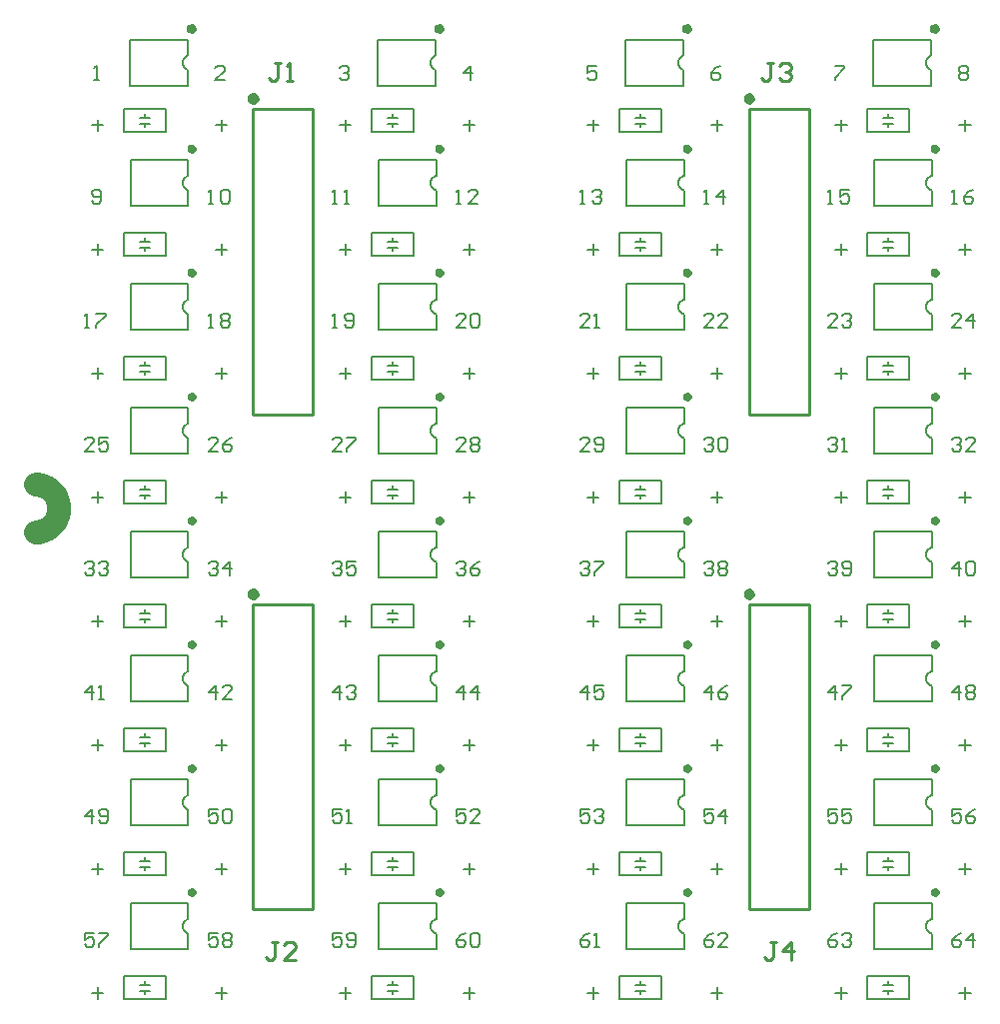
<source format=gto>
G04*
G04 #@! TF.GenerationSoftware,Altium Limited,Altium Designer,23.3.1 (30)*
G04*
G04 Layer_Color=65535*
%FSLAX26Y26*%
%MOIN*%
G70*
G04*
G04 #@! TF.SameCoordinates,A73F04FC-B1A5-4ADC-8500-56C492F8F9A9*
G04*
G04*
G04 #@! TF.FilePolarity,Positive*
G04*
G01*
G75*
%ADD10C,0.078740*%
%ADD11C,0.015748*%
%ADD12C,0.005000*%
%ADD13C,0.007874*%
%ADD14C,0.023622*%
%ADD15C,0.009842*%
%ADD16C,0.010000*%
D10*
X-1653543Y-79353D02*
X-1643598Y-78727D01*
X-1633809Y-76860D01*
X-1624332Y-73781D01*
X-1615315Y-69537D01*
X-1606901Y-64198D01*
X-1599223Y-57846D01*
X-1592401Y-50581D01*
X-1586543Y-42519D01*
X-1581743Y-33787D01*
X-1578074Y-24521D01*
X-1575596Y-14869D01*
X-1574347Y-4982D01*
Y4983D01*
X-1575596Y14869D01*
X-1578074Y24521D01*
X-1581743Y33787D01*
X-1586544Y42520D01*
X-1592401Y50582D01*
X-1599223Y57846D01*
X-1606901Y64198D01*
X-1615315Y69537D01*
X-1624332Y73781D01*
X-1633810Y76860D01*
X-1643598Y78727D01*
X-1653543Y79353D01*
D11*
X-1126378Y-1279723D02*
X-1131819Y-1272235D01*
X-1140622Y-1275095D01*
Y-1284351D01*
X-1131819Y-1287212D01*
X-1126378Y-1279723D01*
X527165Y1200591D02*
X521724Y1208080D01*
X512921Y1205219D01*
Y1195963D01*
X521724Y1193102D01*
X527165Y1200591D01*
X1353938D02*
X1348497Y1208080D01*
X1339694Y1205219D01*
Y1195963D01*
X1348497Y1193102D01*
X1353938Y1200591D01*
X-1127401Y1601546D02*
X-1132842Y1609035D01*
X-1141646Y1606174D01*
Y1596918D01*
X-1132842Y1594058D01*
X-1127401Y1601546D01*
X-300630D02*
X-306071Y1609035D01*
X-314874Y1606174D01*
Y1596918D01*
X-306071Y1594058D01*
X-300630Y1601546D01*
X526141D02*
X520701Y1609035D01*
X511897Y1606174D01*
Y1596918D01*
X520701Y1594058D01*
X526141Y1601546D01*
X1352915D02*
X1347474Y1609035D01*
X1338671Y1606174D01*
Y1596918D01*
X1347474Y1594058D01*
X1352915Y1601546D01*
X-299607Y-1279723D02*
X-305047Y-1272235D01*
X-313851Y-1275095D01*
Y-1284351D01*
X-305047Y-1287212D01*
X-299607Y-1279723D01*
X527165D02*
X521724Y-1272235D01*
X512921Y-1275095D01*
Y-1284351D01*
X521724Y-1287212D01*
X527165Y-1279723D01*
X1353938D02*
X1348497Y-1272235D01*
X1339694Y-1275095D01*
Y-1284351D01*
X1348497Y-1287212D01*
X1353938Y-1279723D01*
X-1126378Y-866337D02*
X-1131819Y-858849D01*
X-1140622Y-861709D01*
Y-870966D01*
X-1131819Y-873826D01*
X-1126378Y-866337D01*
X-299607D02*
X-305047Y-858849D01*
X-313851Y-861709D01*
Y-870966D01*
X-305047Y-873826D01*
X-299607Y-866337D01*
X527165D02*
X521724Y-858849D01*
X512921Y-861709D01*
Y-870966D01*
X521724Y-873826D01*
X527165Y-866337D01*
X1353938D02*
X1348497Y-858849D01*
X1339694Y-861709D01*
Y-870966D01*
X1348497Y-873826D01*
X1353938Y-866337D01*
X-1126378Y-452952D02*
X-1131819Y-445463D01*
X-1140622Y-448324D01*
Y-457580D01*
X-1131819Y-460440D01*
X-1126378Y-452952D01*
X-299607D02*
X-305047Y-445463D01*
X-313851Y-448324D01*
Y-457580D01*
X-305047Y-460440D01*
X-299607Y-452952D01*
X527165D02*
X521724Y-445463D01*
X512921Y-448324D01*
Y-457580D01*
X521724Y-460440D01*
X527165Y-452952D01*
X1353938D02*
X1348497Y-445463D01*
X1339694Y-448324D01*
Y-457580D01*
X1348497Y-460440D01*
X1353938Y-452952D01*
X-1126378Y-39566D02*
X-1131819Y-32077D01*
X-1140622Y-34938D01*
Y-44194D01*
X-1131819Y-47055D01*
X-1126378Y-39566D01*
X-299607D02*
X-305047Y-32077D01*
X-313851Y-34938D01*
Y-44194D01*
X-305047Y-47055D01*
X-299607Y-39566D01*
X527165D02*
X521724Y-32077D01*
X512921Y-34938D01*
Y-44194D01*
X521724Y-47055D01*
X527165Y-39566D01*
X1353938D02*
X1348497Y-32077D01*
X1339694Y-34938D01*
Y-44194D01*
X1348497Y-47055D01*
X1353938Y-39566D01*
X-1126378Y373820D02*
X-1131819Y381308D01*
X-1140622Y378448D01*
Y369192D01*
X-1131819Y366331D01*
X-1126378Y373820D01*
X-299607D02*
X-305047Y381308D01*
X-313851Y378448D01*
Y369192D01*
X-305047Y366331D01*
X-299607Y373820D01*
X527165D02*
X521724Y381308D01*
X512921Y378448D01*
Y369192D01*
X521724Y366331D01*
X527165Y373820D01*
X1353938D02*
X1348497Y381308D01*
X1339694Y378448D01*
Y369192D01*
X1348497Y366331D01*
X1353938Y373820D01*
X-1126378Y787205D02*
X-1131819Y794694D01*
X-1140622Y791834D01*
Y782577D01*
X-1131819Y779717D01*
X-1126378Y787205D01*
X-299607D02*
X-305047Y794694D01*
X-313851Y791834D01*
Y782577D01*
X-305047Y779717D01*
X-299607Y787205D01*
X527165D02*
X521724Y794694D01*
X512921Y791834D01*
Y782577D01*
X521724Y779717D01*
X527165Y787205D01*
X1353938D02*
X1348497Y794694D01*
X1339694Y791834D01*
Y782577D01*
X1348497Y779717D01*
X1353938Y787205D01*
X-1126378Y1200591D02*
X-1131819Y1208080D01*
X-1140622Y1205219D01*
Y1195963D01*
X-1131819Y1193102D01*
X-1126378Y1200591D01*
X-299607D02*
X-305047Y1208080D01*
X-313851Y1205219D01*
Y1195963D01*
X-305047Y1193102D01*
X-299607Y1200591D01*
D12*
X-1144094Y-1368896D02*
X-1152582Y-1373197D01*
X-1158959Y-1380258D01*
X-1162376Y-1389139D01*
Y-1398654D01*
X-1158959Y-1407534D01*
X-1152582Y-1414596D01*
X-1144094Y-1418896D01*
X509448Y1111418D02*
X500961Y1107117D01*
X494583Y1100056D01*
X491167Y1091175D01*
Y1081660D01*
X494583Y1072780D01*
X500961Y1065719D01*
X509448Y1061418D01*
X1336222Y1111418D02*
X1327734Y1107117D01*
X1321357Y1100056D01*
X1317940Y1091175D01*
Y1081660D01*
X1321357Y1072780D01*
X1327734Y1065719D01*
X1336222Y1061418D01*
X-1145118Y1512373D02*
X-1153605Y1508072D01*
X-1159983Y1501011D01*
X-1163399Y1492130D01*
Y1482616D01*
X-1159983Y1473735D01*
X-1153605Y1466674D01*
X-1145118Y1462373D01*
X-318346Y1512373D02*
X-326834Y1508072D01*
X-333211Y1501011D01*
X-336628Y1492130D01*
Y1482616D01*
X-333211Y1473735D01*
X-326834Y1466674D01*
X-318346Y1462373D01*
X508425Y1512373D02*
X499937Y1508072D01*
X493560Y1501011D01*
X490144Y1492130D01*
Y1482616D01*
X493560Y1473735D01*
X499937Y1466674D01*
X508425Y1462373D01*
X1335198Y1512373D02*
X1326711Y1508072D01*
X1320333Y1501011D01*
X1316917Y1492130D01*
Y1482616D01*
X1320333Y1473735D01*
X1326711Y1466674D01*
X1335198Y1462373D01*
X-317323Y-1368896D02*
X-325811Y-1373197D01*
X-332188Y-1380258D01*
X-335604Y-1389139D01*
Y-1398654D01*
X-332188Y-1407534D01*
X-325811Y-1414596D01*
X-317323Y-1418896D01*
X509448Y-1368896D02*
X500961Y-1373197D01*
X494583Y-1380258D01*
X491167Y-1389139D01*
Y-1398654D01*
X494583Y-1407534D01*
X500961Y-1414596D01*
X509448Y-1418896D01*
X1336222Y-1368896D02*
X1327734Y-1373197D01*
X1321357Y-1380258D01*
X1317940Y-1389139D01*
Y-1398654D01*
X1321357Y-1407534D01*
X1327734Y-1414596D01*
X1336222Y-1418896D01*
X-1144094Y-955511D02*
X-1152582Y-959811D01*
X-1158959Y-966873D01*
X-1162376Y-975753D01*
Y-985268D01*
X-1158959Y-994149D01*
X-1152582Y-1001210D01*
X-1144094Y-1005511D01*
X-317323Y-955511D02*
X-325811Y-959811D01*
X-332188Y-966873D01*
X-335604Y-975753D01*
Y-985268D01*
X-332188Y-994149D01*
X-325811Y-1001210D01*
X-317323Y-1005511D01*
X509448Y-955511D02*
X500961Y-959811D01*
X494583Y-966873D01*
X491167Y-975753D01*
Y-985268D01*
X494583Y-994149D01*
X500961Y-1001210D01*
X509448Y-1005511D01*
X1336222Y-955511D02*
X1327734Y-959811D01*
X1321357Y-966873D01*
X1317940Y-975753D01*
Y-985268D01*
X1321357Y-994149D01*
X1327734Y-1001210D01*
X1336222Y-1005511D01*
X-1144094Y-542125D02*
X-1152582Y-546426D01*
X-1158959Y-553487D01*
X-1162376Y-562367D01*
Y-571882D01*
X-1158959Y-580763D01*
X-1152582Y-587824D01*
X-1144094Y-592125D01*
X-317323Y-542125D02*
X-325811Y-546426D01*
X-332188Y-553487D01*
X-335604Y-562367D01*
Y-571882D01*
X-332188Y-580763D01*
X-325811Y-587824D01*
X-317323Y-592125D01*
X509448Y-542125D02*
X500961Y-546426D01*
X494583Y-553487D01*
X491167Y-562367D01*
Y-571882D01*
X494583Y-580763D01*
X500961Y-587824D01*
X509448Y-592125D01*
X1336222Y-542125D02*
X1327734Y-546426D01*
X1321357Y-553487D01*
X1317940Y-562367D01*
Y-571882D01*
X1321357Y-580763D01*
X1327734Y-587824D01*
X1336222Y-592125D01*
X-1144094Y-128739D02*
X-1152582Y-133040D01*
X-1158959Y-140101D01*
X-1162376Y-148982D01*
Y-158497D01*
X-1158959Y-167377D01*
X-1152582Y-174439D01*
X-1144094Y-178739D01*
X-317323Y-128739D02*
X-325811Y-133040D01*
X-332188Y-140101D01*
X-335604Y-148982D01*
Y-158497D01*
X-332188Y-167377D01*
X-325811Y-174439D01*
X-317323Y-178739D01*
X509448Y-128739D02*
X500961Y-133040D01*
X494583Y-140101D01*
X491167Y-148982D01*
Y-158497D01*
X494583Y-167377D01*
X500961Y-174439D01*
X509448Y-178739D01*
X1336222Y-128739D02*
X1327734Y-133040D01*
X1321357Y-140101D01*
X1317940Y-148982D01*
Y-158497D01*
X1321357Y-167377D01*
X1327734Y-174439D01*
X1336222Y-178739D01*
X-1144094Y284647D02*
X-1152582Y280346D01*
X-1158959Y273284D01*
X-1162376Y264404D01*
Y254889D01*
X-1158959Y246009D01*
X-1152582Y238947D01*
X-1144094Y234647D01*
X-317323Y284647D02*
X-325811Y280346D01*
X-332188Y273284D01*
X-335604Y264404D01*
Y254889D01*
X-332188Y246009D01*
X-325811Y238947D01*
X-317323Y234647D01*
X509448Y284647D02*
X500961Y280346D01*
X494583Y273284D01*
X491167Y264404D01*
Y254889D01*
X494583Y246009D01*
X500961Y238947D01*
X509448Y234647D01*
X1336222Y284647D02*
X1327734Y280346D01*
X1321357Y273284D01*
X1317940Y264404D01*
Y254889D01*
X1321357Y246009D01*
X1327734Y238947D01*
X1336222Y234647D01*
X-1144094Y698032D02*
X-1152582Y693731D01*
X-1158959Y686670D01*
X-1162376Y677790D01*
Y668275D01*
X-1158959Y659394D01*
X-1152582Y652333D01*
X-1144094Y648032D01*
X-317323Y698032D02*
X-325811Y693731D01*
X-332188Y686670D01*
X-335604Y677790D01*
Y668275D01*
X-332188Y659394D01*
X-325811Y652333D01*
X-317323Y648032D01*
X509448Y698032D02*
X500961Y693731D01*
X494583Y686670D01*
X491167Y677790D01*
Y668275D01*
X494583Y659394D01*
X500961Y652333D01*
X509448Y648032D01*
X1336222Y698032D02*
X1327734Y693731D01*
X1321357Y686670D01*
X1317940Y677790D01*
Y668275D01*
X1321357Y659394D01*
X1327734Y652333D01*
X1336222Y648032D01*
X-1144094Y1111418D02*
X-1152582Y1107117D01*
X-1158959Y1100056D01*
X-1162376Y1091175D01*
Y1081660D01*
X-1158959Y1072780D01*
X-1152582Y1065719D01*
X-1144094Y1061418D01*
X-317323Y1111418D02*
X-325811Y1107117D01*
X-332188Y1100056D01*
X-335604Y1091175D01*
Y1081660D01*
X-332188Y1072780D01*
X-325811Y1065719D01*
X-317323Y1061418D01*
X-1337008Y-1470668D02*
X-1144094D01*
X-1337008Y-1317125D02*
X-1144094D01*
X-1337008Y-1470668D02*
Y-1317125D01*
X-1144094Y-1368896D02*
Y-1317125D01*
Y-1470668D02*
Y-1418896D01*
X509448Y1009646D02*
Y1061418D01*
Y1111418D02*
Y1163190D01*
X316535Y1009646D02*
Y1163190D01*
X509448D01*
X316535Y1009646D02*
X509448D01*
X1143308D02*
X1336222D01*
X1143308Y1163190D02*
X1336222D01*
X1143308Y1009646D02*
Y1163190D01*
X1336222Y1111418D02*
Y1163190D01*
Y1009646D02*
Y1061418D01*
X-1145118Y1410601D02*
Y1462373D01*
Y1512373D02*
Y1564145D01*
X-1338031Y1410601D02*
Y1564145D01*
X-1145118D01*
X-1338031Y1410601D02*
X-1145118D01*
X-511260D02*
X-318346D01*
X-511260Y1564145D02*
X-318346D01*
X-511260Y1410601D02*
Y1564145D01*
X-318346Y1512373D02*
Y1564145D01*
Y1410601D02*
Y1462373D01*
X508425Y1410601D02*
Y1462373D01*
Y1512373D02*
Y1564145D01*
X315512Y1410601D02*
Y1564145D01*
X508425D01*
X315512Y1410601D02*
X508425D01*
X1142285D02*
X1335198D01*
X1142285Y1564145D02*
X1335198D01*
X1142285Y1410601D02*
Y1564145D01*
X1335198Y1512373D02*
Y1564145D01*
Y1410601D02*
Y1462373D01*
X-317323Y-1470668D02*
Y-1418896D01*
Y-1368896D02*
Y-1317125D01*
X-510236Y-1470668D02*
Y-1317125D01*
X-317323D01*
X-510236Y-1470668D02*
X-317323D01*
X316535D02*
X509448D01*
X316535Y-1317125D02*
X509448D01*
X316535Y-1470668D02*
Y-1317125D01*
X509448Y-1368896D02*
Y-1317125D01*
Y-1470668D02*
Y-1418896D01*
X1336222Y-1470668D02*
Y-1418896D01*
Y-1368896D02*
Y-1317125D01*
X1143308Y-1470668D02*
Y-1317125D01*
X1336222D01*
X1143308Y-1470668D02*
X1336222D01*
X-1337008Y-1057282D02*
X-1144094D01*
X-1337008Y-903739D02*
X-1144094D01*
X-1337008Y-1057282D02*
Y-903739D01*
X-1144094Y-955511D02*
Y-903739D01*
Y-1057282D02*
Y-1005511D01*
X-317323Y-1057282D02*
Y-1005511D01*
Y-955511D02*
Y-903739D01*
X-510236Y-1057282D02*
Y-903739D01*
X-317323D01*
X-510236Y-1057282D02*
X-317323D01*
X316535D02*
X509448D01*
X316535Y-903739D02*
X509448D01*
X316535Y-1057282D02*
Y-903739D01*
X509448Y-955511D02*
Y-903739D01*
Y-1057282D02*
Y-1005511D01*
X1336222Y-1057282D02*
Y-1005511D01*
Y-955511D02*
Y-903739D01*
X1143308Y-1057282D02*
Y-903739D01*
X1336222D01*
X1143308Y-1057282D02*
X1336222D01*
X-1337008Y-643897D02*
X-1144094D01*
X-1337008Y-490353D02*
X-1144094D01*
X-1337008Y-643897D02*
Y-490353D01*
X-1144094Y-542125D02*
Y-490353D01*
Y-643897D02*
Y-592125D01*
X-317323Y-643897D02*
Y-592125D01*
Y-542125D02*
Y-490353D01*
X-510236Y-643897D02*
Y-490353D01*
X-317323D01*
X-510236Y-643897D02*
X-317323D01*
X316535D02*
X509448D01*
X316535Y-490353D02*
X509448D01*
X316535Y-643897D02*
Y-490353D01*
X509448Y-542125D02*
Y-490353D01*
Y-643897D02*
Y-592125D01*
X1336222Y-643897D02*
Y-592125D01*
Y-542125D02*
Y-490353D01*
X1143308Y-643897D02*
Y-490353D01*
X1336222D01*
X1143308Y-643897D02*
X1336222D01*
X-1337008Y-230511D02*
X-1144094D01*
X-1337008Y-76968D02*
X-1144094D01*
X-1337008Y-230511D02*
Y-76968D01*
X-1144094Y-128739D02*
Y-76968D01*
Y-230511D02*
Y-178739D01*
X-317323Y-230511D02*
Y-178739D01*
Y-128739D02*
Y-76968D01*
X-510236Y-230511D02*
Y-76968D01*
X-317323D01*
X-510236Y-230511D02*
X-317323D01*
X316535D02*
X509448D01*
X316535Y-76968D02*
X509448D01*
X316535Y-230511D02*
Y-76968D01*
X509448Y-128739D02*
Y-76968D01*
Y-230511D02*
Y-178739D01*
X1336222Y-230511D02*
Y-178739D01*
Y-128739D02*
Y-76968D01*
X1143308Y-230511D02*
Y-76968D01*
X1336222D01*
X1143308Y-230511D02*
X1336222D01*
X-1337008Y182875D02*
X-1144094D01*
X-1337008Y336418D02*
X-1144094D01*
X-1337008Y182875D02*
Y336418D01*
X-1144094Y284647D02*
Y336418D01*
Y182875D02*
Y234647D01*
X-317323Y182875D02*
Y234647D01*
Y284647D02*
Y336418D01*
X-510236Y182875D02*
Y336418D01*
X-317323D01*
X-510236Y182875D02*
X-317323D01*
X316535D02*
X509448D01*
X316535Y336418D02*
X509448D01*
X316535Y182875D02*
Y336418D01*
X509448Y284647D02*
Y336418D01*
Y182875D02*
Y234647D01*
X1336222Y182875D02*
Y234647D01*
Y284647D02*
Y336418D01*
X1143308Y182875D02*
Y336418D01*
X1336222D01*
X1143308Y182875D02*
X1336222D01*
X-1337008Y596260D02*
X-1144094D01*
X-1337008Y749804D02*
X-1144094D01*
X-1337008Y596260D02*
Y749804D01*
X-1144094Y698032D02*
Y749804D01*
Y596260D02*
Y648032D01*
X-317323Y596260D02*
Y648032D01*
Y698032D02*
Y749804D01*
X-510236Y596260D02*
Y749804D01*
X-317323D01*
X-510236Y596260D02*
X-317323D01*
X316535D02*
X509448D01*
X316535Y749804D02*
X509448D01*
X316535Y596260D02*
Y749804D01*
X509448Y698032D02*
Y749804D01*
Y596260D02*
Y648032D01*
X1336222Y596260D02*
Y648032D01*
Y698032D02*
Y749804D01*
X1143308Y596260D02*
Y749804D01*
X1336222D01*
X1143308Y596260D02*
X1336222D01*
X-1337008Y1009646D02*
X-1144094D01*
X-1337008Y1163190D02*
X-1144094D01*
X-1337008Y1009646D02*
Y1163190D01*
X-1144094Y1111418D02*
Y1163190D01*
Y1009646D02*
Y1061418D01*
X-317323Y1009646D02*
Y1061418D01*
Y1111418D02*
Y1163190D01*
X-510236Y1009646D02*
Y1163190D01*
X-317323D01*
X-510236Y1009646D02*
X-317323D01*
X1173946Y1284592D02*
X1208946D01*
X1173946Y1304276D02*
X1208946D01*
X1189962Y1306104D02*
Y1317914D01*
X1120946Y1257776D02*
Y1332776D01*
X1260946D01*
Y1257776D02*
Y1332776D01*
X1120946Y1257776D02*
X1260946D01*
X1189962Y1272638D02*
Y1284450D01*
X347174Y1284592D02*
X382174D01*
X347174Y1304276D02*
X382174D01*
X363190Y1306104D02*
Y1317914D01*
X294174Y1257776D02*
Y1332776D01*
X434174D01*
Y1257776D02*
Y1332776D01*
X294174Y1257776D02*
X434174D01*
X363190Y1272638D02*
Y1284450D01*
X-479598Y1284592D02*
X-444598D01*
X-479598Y1304276D02*
X-444598D01*
X-463584Y1306104D02*
Y1317914D01*
X-532598Y1257776D02*
Y1332776D01*
X-392598D01*
Y1257776D02*
Y1332776D01*
X-532598Y1257776D02*
X-392598D01*
X-463584Y1272638D02*
Y1284450D01*
X-1306369Y1284592D02*
X-1271369D01*
X-1306369Y1304276D02*
X-1271369D01*
X-1290353Y1306104D02*
Y1317914D01*
X-1359369Y1257776D02*
Y1332776D01*
X-1219369D01*
Y1257776D02*
Y1332776D01*
X-1359369Y1257776D02*
X-1219369D01*
X-1290353Y1272638D02*
Y1284450D01*
X1173946Y871206D02*
X1208946D01*
X1173946Y890890D02*
X1208946D01*
X1189962Y892718D02*
Y904528D01*
X1120946Y844390D02*
Y919390D01*
X1260946D01*
Y844390D02*
Y919390D01*
X1120946Y844390D02*
X1260946D01*
X1189962Y859252D02*
Y871064D01*
X347174Y871206D02*
X382174D01*
X347174Y890890D02*
X382174D01*
X363190Y892718D02*
Y904528D01*
X294174Y844390D02*
Y919390D01*
X434174D01*
Y844390D02*
Y919390D01*
X294174Y844390D02*
X434174D01*
X363190Y859252D02*
Y871064D01*
X-479598Y871206D02*
X-444598D01*
X-479598Y890890D02*
X-444598D01*
X-463584Y892718D02*
Y904528D01*
X-532598Y844390D02*
Y919390D01*
X-392598D01*
Y844390D02*
Y919390D01*
X-532598Y844390D02*
X-392598D01*
X-463584Y859252D02*
Y871064D01*
X-1306369Y871206D02*
X-1271369D01*
X-1306369Y890890D02*
X-1271369D01*
X-1290353Y892718D02*
Y904528D01*
X-1359369Y844390D02*
Y919390D01*
X-1219369D01*
Y844390D02*
Y919390D01*
X-1359369Y844390D02*
X-1219369D01*
X-1290353Y859252D02*
Y871064D01*
X1173946Y457820D02*
X1208946D01*
X1173946Y477504D02*
X1208946D01*
X1189962Y479332D02*
Y491142D01*
X1120946Y431004D02*
Y506004D01*
X1260946D01*
Y431004D02*
Y506004D01*
X1120946Y431004D02*
X1260946D01*
X1189962Y445866D02*
Y457678D01*
X347174Y457820D02*
X382174D01*
X347174Y477504D02*
X382174D01*
X363190Y479332D02*
Y491142D01*
X294174Y431004D02*
Y506004D01*
X434174D01*
Y431004D02*
Y506004D01*
X294174Y431004D02*
X434174D01*
X363190Y445866D02*
Y457678D01*
X-479598Y457820D02*
X-444598D01*
X-479598Y477504D02*
X-444598D01*
X-463584Y479332D02*
Y491142D01*
X-532598Y431004D02*
Y506004D01*
X-392598D01*
Y431004D02*
Y506004D01*
X-532598Y431004D02*
X-392598D01*
X-463584Y445866D02*
Y457678D01*
X-1306369Y457820D02*
X-1271369D01*
X-1306369Y477504D02*
X-1271369D01*
X-1290353Y479332D02*
Y491142D01*
X-1359369Y431004D02*
Y506004D01*
X-1219369D01*
Y431004D02*
Y506004D01*
X-1359369Y431004D02*
X-1219369D01*
X-1290353Y445866D02*
Y457678D01*
X1173946Y44434D02*
X1208946D01*
X1173946Y64118D02*
X1208946D01*
X1189962Y65946D02*
Y77756D01*
X1120946Y17618D02*
Y92618D01*
X1260946D01*
Y17618D02*
Y92618D01*
X1120946Y17618D02*
X1260946D01*
X1189962Y32480D02*
Y44292D01*
X347174Y44434D02*
X382174D01*
X347174Y64118D02*
X382174D01*
X363190Y65946D02*
Y77756D01*
X294174Y17618D02*
Y92618D01*
X434174D01*
Y17618D02*
Y92618D01*
X294174Y17618D02*
X434174D01*
X363190Y32480D02*
Y44292D01*
X-479598Y44434D02*
X-444598D01*
X-479598Y64118D02*
X-444598D01*
X-463584Y65946D02*
Y77756D01*
X-532598Y17618D02*
Y92618D01*
X-392598D01*
Y17618D02*
Y92618D01*
X-532598Y17618D02*
X-392598D01*
X-463584Y32480D02*
Y44292D01*
X-1306369Y44434D02*
X-1271369D01*
X-1306369Y64118D02*
X-1271369D01*
X-1290353Y65946D02*
Y77756D01*
X-1359369Y17618D02*
Y92618D01*
X-1219369D01*
Y17618D02*
Y92618D01*
X-1359369Y17618D02*
X-1219369D01*
X-1290353Y32480D02*
Y44292D01*
X1173946Y-368952D02*
X1208946D01*
X1173946Y-349268D02*
X1208946D01*
X1189962Y-347440D02*
Y-335630D01*
X1120946Y-395768D02*
Y-320768D01*
X1260946D01*
Y-395768D02*
Y-320768D01*
X1120946Y-395768D02*
X1260946D01*
X1189962Y-380906D02*
Y-369094D01*
X347174Y-368952D02*
X382174D01*
X347174Y-349268D02*
X382174D01*
X363190Y-347440D02*
Y-335630D01*
X294174Y-395768D02*
Y-320768D01*
X434174D01*
Y-395768D02*
Y-320768D01*
X294174Y-395768D02*
X434174D01*
X363190Y-380906D02*
Y-369094D01*
X-479598Y-368952D02*
X-444598D01*
X-479598Y-349268D02*
X-444598D01*
X-463584Y-347440D02*
Y-335630D01*
X-532598Y-395768D02*
Y-320768D01*
X-392598D01*
Y-395768D02*
Y-320768D01*
X-532598Y-395768D02*
X-392598D01*
X-463584Y-380906D02*
Y-369094D01*
X-1306369Y-368952D02*
X-1271369D01*
X-1306369Y-349268D02*
X-1271369D01*
X-1290353Y-347440D02*
Y-335630D01*
X-1359369Y-395768D02*
Y-320768D01*
X-1219369D01*
Y-395768D02*
Y-320768D01*
X-1359369Y-395768D02*
X-1219369D01*
X-1290353Y-380906D02*
Y-369094D01*
X1173946Y-782338D02*
X1208946D01*
X1173946Y-762654D02*
X1208946D01*
X1189962Y-760826D02*
Y-749016D01*
X1120946Y-809154D02*
Y-734154D01*
X1260946D01*
Y-809154D02*
Y-734154D01*
X1120946Y-809154D02*
X1260946D01*
X1189962Y-794290D02*
Y-782480D01*
X347174Y-782338D02*
X382174D01*
X347174Y-762654D02*
X382174D01*
X363190Y-760826D02*
Y-749016D01*
X294174Y-809154D02*
Y-734154D01*
X434174D01*
Y-809154D02*
Y-734154D01*
X294174Y-809154D02*
X434174D01*
X363190Y-794290D02*
Y-782480D01*
X-479598Y-782338D02*
X-444598D01*
X-479598Y-762654D02*
X-444598D01*
X-463584Y-760826D02*
Y-749016D01*
X-532598Y-809154D02*
Y-734154D01*
X-392598D01*
Y-809154D02*
Y-734154D01*
X-532598Y-809154D02*
X-392598D01*
X-463584Y-794290D02*
Y-782480D01*
X-1306369Y-782338D02*
X-1271369D01*
X-1306369Y-762654D02*
X-1271369D01*
X-1290353Y-760826D02*
Y-749016D01*
X-1359369Y-809154D02*
Y-734154D01*
X-1219369D01*
Y-809154D02*
Y-734154D01*
X-1359369Y-809154D02*
X-1219369D01*
X-1290353Y-794290D02*
Y-782480D01*
X1173946Y-1195724D02*
X1208946D01*
X1173946Y-1176040D02*
X1208946D01*
X1189962Y-1174212D02*
Y-1162402D01*
X1120946Y-1222540D02*
Y-1147540D01*
X1260946D01*
Y-1222540D02*
Y-1147540D01*
X1120946Y-1222540D02*
X1260946D01*
X1189962Y-1207676D02*
Y-1195866D01*
X347174Y-1195724D02*
X382174D01*
X347174Y-1176040D02*
X382174D01*
X363190Y-1174212D02*
Y-1162402D01*
X294174Y-1222540D02*
Y-1147540D01*
X434174D01*
Y-1222540D02*
Y-1147540D01*
X294174Y-1222540D02*
X434174D01*
X363190Y-1207676D02*
Y-1195866D01*
X-479598Y-1195724D02*
X-444598D01*
X-479598Y-1176040D02*
X-444598D01*
X-463584Y-1174212D02*
Y-1162402D01*
X-532598Y-1222540D02*
Y-1147540D01*
X-392598D01*
Y-1222540D02*
Y-1147540D01*
X-532598Y-1222540D02*
X-392598D01*
X-463584Y-1207676D02*
Y-1195866D01*
X-1306369Y-1195724D02*
X-1271369D01*
X-1306369Y-1176040D02*
X-1271369D01*
X-1290353Y-1174212D02*
Y-1162402D01*
X-1359369Y-1222540D02*
Y-1147540D01*
X-1219369D01*
Y-1222540D02*
Y-1147540D01*
X-1359369Y-1222540D02*
X-1219369D01*
X-1290353Y-1207676D02*
Y-1195866D01*
X1173946Y-1609111D02*
X1208946D01*
X1173946Y-1589426D02*
X1208946D01*
X1189962Y-1587600D02*
Y-1575790D01*
X1120946Y-1635926D02*
Y-1560926D01*
X1260946D01*
Y-1635926D02*
Y-1560926D01*
X1120946Y-1635926D02*
X1260946D01*
X1189962Y-1621063D02*
Y-1609254D01*
X347174Y-1609111D02*
X382174D01*
X347174Y-1589426D02*
X382174D01*
X363190Y-1587600D02*
Y-1575790D01*
X294174Y-1635926D02*
Y-1560926D01*
X434174D01*
Y-1635926D02*
Y-1560926D01*
X294174Y-1635926D02*
X434174D01*
X363190Y-1621063D02*
Y-1609254D01*
X-479598Y-1609111D02*
X-444598D01*
X-479598Y-1589426D02*
X-444598D01*
X-463584Y-1587600D02*
Y-1575790D01*
X-532598Y-1635926D02*
Y-1560926D01*
X-392598D01*
Y-1635926D02*
Y-1560926D01*
X-532598Y-1635926D02*
X-392598D01*
X-463584Y-1621063D02*
Y-1609254D01*
X-1306369Y-1609111D02*
X-1271369D01*
X-1306369Y-1589426D02*
X-1271369D01*
X-1290353Y-1587600D02*
Y-1575790D01*
X-1359369Y-1635926D02*
Y-1560926D01*
X-1219369D01*
Y-1635926D02*
Y-1560926D01*
X-1359369Y-1635926D02*
X-1219369D01*
X-1290353Y-1621063D02*
Y-1609254D01*
X-1447368Y-1634850D02*
Y-1595493D01*
X-1467047Y-1615172D02*
X-1427690D01*
X-1033983Y-1634850D02*
Y-1595493D01*
X-1053661Y-1615172D02*
X-1014304D01*
X619561Y845465D02*
Y884822D01*
X599882Y865144D02*
X639240D01*
X1446333Y845465D02*
Y884822D01*
X1426654Y865144D02*
X1466012D01*
X-1033983Y1258851D02*
Y1298208D01*
X-1053661Y1278530D02*
X-1014304D01*
X-207211Y1258851D02*
Y1298208D01*
X-226889Y1278530D02*
X-187532D01*
X619561Y1258851D02*
Y1298208D01*
X599882Y1278530D02*
X639240D01*
X1446333Y1258851D02*
Y1298208D01*
X1426654Y1278530D02*
X1466012D01*
X-207211Y-1634850D02*
Y-1595493D01*
X-226889Y-1615172D02*
X-187532D01*
X619561Y-1634850D02*
Y-1595493D01*
X599882Y-1615172D02*
X639240D01*
X1446333Y-1634850D02*
Y-1595493D01*
X1426654Y-1615172D02*
X1466012D01*
X-1033983Y-1221465D02*
Y-1182107D01*
X-1053661Y-1201786D02*
X-1014304D01*
X-207211Y-1221465D02*
Y-1182107D01*
X-226889Y-1201786D02*
X-187532D01*
X619561Y-1221465D02*
Y-1182107D01*
X599882Y-1201786D02*
X639240D01*
X1446333Y-1221465D02*
Y-1182107D01*
X1426654Y-1201786D02*
X1466012D01*
X-1033983Y-808079D02*
Y-768721D01*
X-1053661Y-788400D02*
X-1014304D01*
X-207211Y-808079D02*
Y-768721D01*
X-226889Y-788400D02*
X-187532D01*
X619561Y-808079D02*
Y-768721D01*
X599882Y-788400D02*
X639240D01*
X1446333Y-808079D02*
Y-768721D01*
X1426654Y-788400D02*
X1466012D01*
X-1033983Y-394693D02*
Y-355335D01*
X-1053661Y-375014D02*
X-1014304D01*
X-207211Y-394693D02*
Y-355335D01*
X-226889Y-375014D02*
X-187532D01*
X619561Y-394693D02*
Y-355335D01*
X599882Y-375014D02*
X639240D01*
X1446333Y-394693D02*
Y-355335D01*
X1426654Y-375014D02*
X1466012D01*
X-1033983Y18693D02*
Y58050D01*
X-1053661Y38372D02*
X-1014304D01*
X-207211Y18693D02*
Y58050D01*
X-226889Y38372D02*
X-187532D01*
X619561Y18693D02*
Y58050D01*
X599882Y38372D02*
X639240D01*
X1446333Y18693D02*
Y58050D01*
X1426654Y38372D02*
X1466012D01*
X-1033983Y432079D02*
Y471436D01*
X-1053661Y451758D02*
X-1014304D01*
X-207211Y432079D02*
Y471436D01*
X-226889Y451758D02*
X-187532D01*
X619561Y432079D02*
Y471436D01*
X599882Y451758D02*
X639240D01*
X1446333Y432079D02*
Y471436D01*
X1426654Y451758D02*
X1466012D01*
X-1033983Y845465D02*
Y884822D01*
X-1053661Y865144D02*
X-1014304D01*
X-207211Y845465D02*
Y884822D01*
X-226889Y865144D02*
X-187532D01*
X206175Y845465D02*
Y884822D01*
X186496Y865144D02*
X225854D01*
X1032947Y845465D02*
Y884822D01*
X1013268Y865144D02*
X1052626D01*
X-1447368Y1258851D02*
Y1298208D01*
X-1467047Y1278530D02*
X-1427690D01*
X-620597Y1258851D02*
Y1298208D01*
X-640275Y1278530D02*
X-600918D01*
X206175Y1258851D02*
Y1298208D01*
X186496Y1278530D02*
X225854D01*
X1032947Y1258851D02*
Y1298208D01*
X1013268Y1278530D02*
X1052626D01*
X-620597Y-1634850D02*
Y-1595493D01*
X-640275Y-1615172D02*
X-600918D01*
X206175Y-1634850D02*
Y-1595493D01*
X186496Y-1615172D02*
X225854D01*
X1032947Y-1634850D02*
Y-1595493D01*
X1013268Y-1615172D02*
X1052626D01*
X-1447368Y-1221465D02*
Y-1182107D01*
X-1467047Y-1201786D02*
X-1427690D01*
X-620597Y-1221465D02*
Y-1182107D01*
X-640275Y-1201786D02*
X-600918D01*
X206175Y-1221465D02*
Y-1182107D01*
X186496Y-1201786D02*
X225854D01*
X1032947Y-1221465D02*
Y-1182107D01*
X1013268Y-1201786D02*
X1052626D01*
X-1447368Y-808079D02*
Y-768721D01*
X-1467047Y-788400D02*
X-1427690D01*
X-620597Y-808079D02*
Y-768721D01*
X-640275Y-788400D02*
X-600918D01*
X206175Y-808079D02*
Y-768721D01*
X186496Y-788400D02*
X225854D01*
X1032947Y-808079D02*
Y-768721D01*
X1013268Y-788400D02*
X1052626D01*
X-1447368Y-394693D02*
Y-355335D01*
X-1467047Y-375014D02*
X-1427690D01*
X-620597Y-394693D02*
Y-355335D01*
X-640275Y-375014D02*
X-600918D01*
X206175Y-394693D02*
Y-355335D01*
X186496Y-375014D02*
X225854D01*
X1032947Y-394693D02*
Y-355335D01*
X1013268Y-375014D02*
X1052626D01*
X-1447368Y18693D02*
Y58050D01*
X-1467047Y38372D02*
X-1427690D01*
X-620597Y18693D02*
Y58050D01*
X-640275Y38372D02*
X-600918D01*
X206175Y18693D02*
Y58050D01*
X186496Y38372D02*
X225854D01*
X1032947Y18693D02*
Y58050D01*
X1013268Y38372D02*
X1052626D01*
X-1447368Y432079D02*
Y471436D01*
X-1467047Y451758D02*
X-1427690D01*
X-620597Y432079D02*
Y471436D01*
X-640275Y451758D02*
X-600918D01*
X206175Y432079D02*
Y471436D01*
X186496Y451758D02*
X225854D01*
X1032947Y432079D02*
Y471436D01*
X1013268Y451758D02*
X1052626D01*
X-1447368Y845465D02*
Y884822D01*
X-1467047Y865144D02*
X-1427690D01*
X-620597Y845465D02*
Y884822D01*
X-640275Y865144D02*
X-600918D01*
D13*
X-927323Y1360630D02*
X-935197D01*
X-927323D01*
Y-292126D02*
X-935197D01*
X-927323D01*
X727205Y1360630D02*
X719331D01*
X727205D01*
X727283Y-292126D02*
X719409D01*
X727283D01*
X-1458672Y-1415370D02*
X-1490158D01*
Y-1438984D01*
X-1474415Y-1431112D01*
X-1466543D01*
X-1458672Y-1438984D01*
Y-1454727D01*
X-1466543Y-1462598D01*
X-1482286D01*
X-1490158Y-1454727D01*
X-1442929Y-1415370D02*
X-1411443D01*
Y-1423241D01*
X-1442929Y-1454727D01*
Y-1462598D01*
X-1045286Y-1415370D02*
X-1076772D01*
Y-1438984D01*
X-1061029Y-1431112D01*
X-1053157D01*
X-1045286Y-1438984D01*
Y-1454727D01*
X-1053157Y-1462598D01*
X-1068900D01*
X-1076772Y-1454727D01*
X-1029543Y-1423241D02*
X-1021671Y-1415370D01*
X-1005928D01*
X-998057Y-1423241D01*
Y-1431112D01*
X-1005928Y-1438984D01*
X-998057Y-1446855D01*
Y-1454727D01*
X-1005928Y-1462598D01*
X-1021671D01*
X-1029543Y-1454727D01*
Y-1446855D01*
X-1021671Y-1438984D01*
X-1029543Y-1431112D01*
Y-1423241D01*
X-1021671Y-1438984D02*
X-1005928D01*
X576772Y1017717D02*
X592515D01*
X584643D01*
Y1064946D01*
X576772Y1057074D01*
X639744Y1017717D02*
Y1064946D01*
X616129Y1041331D01*
X647615D01*
X1403544Y1017717D02*
X1419287D01*
X1411415D01*
Y1064946D01*
X1403544Y1057074D01*
X1474387Y1064946D02*
X1458644Y1057074D01*
X1442901Y1041331D01*
Y1025589D01*
X1450773Y1017717D01*
X1466515D01*
X1474387Y1025589D01*
Y1033460D01*
X1466515Y1041331D01*
X1442901D01*
X-1022648Y1430119D02*
X-1054134D01*
X-1022648Y1461604D01*
Y1469476D01*
X-1030520Y1477347D01*
X-1046262D01*
X-1054134Y1469476D01*
X-203748Y1430119D02*
Y1477347D01*
X-227362Y1453733D01*
X-195876D01*
X630896Y1477347D02*
X615153Y1469476D01*
X599410Y1453733D01*
Y1437990D01*
X607281Y1430119D01*
X623024D01*
X630896Y1437990D01*
Y1445861D01*
X623024Y1453733D01*
X599410D01*
X1426181Y1469476D02*
X1434053Y1477347D01*
X1449796D01*
X1457667Y1469476D01*
Y1461604D01*
X1449796Y1453733D01*
X1457667Y1445861D01*
Y1437990D01*
X1449796Y1430119D01*
X1434053D01*
X1426181Y1437990D01*
Y1445861D01*
X1434053Y1453733D01*
X1426181Y1461604D01*
Y1469476D01*
X1434053Y1453733D02*
X1449796D01*
X-218514Y-1415370D02*
X-234257Y-1423241D01*
X-250000Y-1438984D01*
Y-1454727D01*
X-242128Y-1462598D01*
X-226386D01*
X-218514Y-1454727D01*
Y-1446855D01*
X-226386Y-1438984D01*
X-250000D01*
X-202771Y-1423241D02*
X-194900Y-1415370D01*
X-179157D01*
X-171285Y-1423241D01*
Y-1454727D01*
X-179157Y-1462598D01*
X-194900D01*
X-202771Y-1454727D01*
Y-1423241D01*
X608258Y-1415370D02*
X592515Y-1423241D01*
X576772Y-1438984D01*
Y-1454727D01*
X584643Y-1462598D01*
X600386D01*
X608258Y-1454727D01*
Y-1446855D01*
X600386Y-1438984D01*
X576772D01*
X655487Y-1462598D02*
X624001D01*
X655487Y-1431112D01*
Y-1423241D01*
X647615Y-1415370D01*
X631872D01*
X624001Y-1423241D01*
X1435030Y-1415370D02*
X1419287Y-1423241D01*
X1403544Y-1438984D01*
Y-1454727D01*
X1411415Y-1462598D01*
X1427158D01*
X1435030Y-1454727D01*
Y-1446855D01*
X1427158Y-1438984D01*
X1403544D01*
X1474387Y-1462598D02*
Y-1415370D01*
X1450773Y-1438984D01*
X1482258D01*
X-1045286Y-1001984D02*
X-1076772D01*
Y-1025598D01*
X-1061029Y-1017727D01*
X-1053157D01*
X-1045286Y-1025598D01*
Y-1041341D01*
X-1053157Y-1049213D01*
X-1068900D01*
X-1076772Y-1041341D01*
X-1029543Y-1009855D02*
X-1021671Y-1001984D01*
X-1005928D01*
X-998057Y-1009855D01*
Y-1041341D01*
X-1005928Y-1049213D01*
X-1021671D01*
X-1029543Y-1041341D01*
Y-1009855D01*
X-218514Y-1001984D02*
X-250000D01*
Y-1025598D01*
X-234257Y-1017727D01*
X-226386D01*
X-218514Y-1025598D01*
Y-1041341D01*
X-226386Y-1049213D01*
X-242128D01*
X-250000Y-1041341D01*
X-171285Y-1049213D02*
X-202771D01*
X-171285Y-1017727D01*
Y-1009855D01*
X-179157Y-1001984D01*
X-194900D01*
X-202771Y-1009855D01*
X608258Y-1001984D02*
X576772D01*
Y-1025598D01*
X592515Y-1017727D01*
X600386D01*
X608258Y-1025598D01*
Y-1041341D01*
X600386Y-1049213D01*
X584643D01*
X576772Y-1041341D01*
X647615Y-1049213D02*
Y-1001984D01*
X624001Y-1025598D01*
X655487D01*
X1435030Y-1001984D02*
X1403544D01*
Y-1025598D01*
X1419287Y-1017727D01*
X1427158D01*
X1435030Y-1025598D01*
Y-1041341D01*
X1427158Y-1049213D01*
X1411415D01*
X1403544Y-1041341D01*
X1482258Y-1001984D02*
X1466515Y-1009855D01*
X1450773Y-1025598D01*
Y-1041341D01*
X1458644Y-1049213D01*
X1474387D01*
X1482258Y-1041341D01*
Y-1033470D01*
X1474387Y-1025598D01*
X1450773D01*
X-1053157Y-635827D02*
Y-588598D01*
X-1076772Y-612212D01*
X-1045286D01*
X-998057Y-635827D02*
X-1029543D01*
X-998057Y-604341D01*
Y-596469D01*
X-1005928Y-588598D01*
X-1021671D01*
X-1029543Y-596469D01*
X-226386Y-635827D02*
Y-588598D01*
X-250000Y-612212D01*
X-218514D01*
X-179157Y-635827D02*
Y-588598D01*
X-202771Y-612212D01*
X-171285D01*
X600386Y-635827D02*
Y-588598D01*
X576772Y-612212D01*
X608258D01*
X655487Y-588598D02*
X639744Y-596469D01*
X624001Y-612212D01*
Y-627955D01*
X631872Y-635827D01*
X647615D01*
X655487Y-627955D01*
Y-620084D01*
X647615Y-612212D01*
X624001D01*
X1427158Y-635827D02*
Y-588598D01*
X1403544Y-612212D01*
X1435030D01*
X1450773Y-596469D02*
X1458644Y-588598D01*
X1474387D01*
X1482258Y-596469D01*
Y-604341D01*
X1474387Y-612212D01*
X1482258Y-620084D01*
Y-627955D01*
X1474387Y-635827D01*
X1458644D01*
X1450773Y-627955D01*
Y-620084D01*
X1458644Y-612212D01*
X1450773Y-604341D01*
Y-596469D01*
X1458644Y-612212D02*
X1474387D01*
X-1076772Y-183083D02*
X-1068900Y-175212D01*
X-1053157D01*
X-1045286Y-183083D01*
Y-190955D01*
X-1053157Y-198826D01*
X-1061029D01*
X-1053157D01*
X-1045286Y-206698D01*
Y-214569D01*
X-1053157Y-222441D01*
X-1068900D01*
X-1076772Y-214569D01*
X-1005928Y-222441D02*
Y-175212D01*
X-1029543Y-198826D01*
X-998057D01*
X-250000Y-183083D02*
X-242128Y-175212D01*
X-226386D01*
X-218514Y-183083D01*
Y-190955D01*
X-226386Y-198826D01*
X-234257D01*
X-226386D01*
X-218514Y-206698D01*
Y-214569D01*
X-226386Y-222441D01*
X-242128D01*
X-250000Y-214569D01*
X-171285Y-175212D02*
X-187028Y-183083D01*
X-202771Y-198826D01*
Y-214569D01*
X-194900Y-222441D01*
X-179157D01*
X-171285Y-214569D01*
Y-206698D01*
X-179157Y-198826D01*
X-202771D01*
X576772Y-183083D02*
X584643Y-175212D01*
X600386D01*
X608258Y-183083D01*
Y-190955D01*
X600386Y-198826D01*
X592515D01*
X600386D01*
X608258Y-206698D01*
Y-214569D01*
X600386Y-222441D01*
X584643D01*
X576772Y-214569D01*
X624001Y-183083D02*
X631872Y-175212D01*
X647615D01*
X655487Y-183083D01*
Y-190955D01*
X647615Y-198826D01*
X655487Y-206698D01*
Y-214569D01*
X647615Y-222441D01*
X631872D01*
X624001Y-214569D01*
Y-206698D01*
X631872Y-198826D01*
X624001Y-190955D01*
Y-183083D01*
X631872Y-198826D02*
X647615D01*
X1427158Y-222441D02*
Y-175212D01*
X1403544Y-198826D01*
X1435030D01*
X1450773Y-183083D02*
X1458644Y-175212D01*
X1474387D01*
X1482258Y-183083D01*
Y-214569D01*
X1474387Y-222441D01*
X1458644D01*
X1450773Y-214569D01*
Y-183083D01*
X-1045286Y190945D02*
X-1076772D01*
X-1045286Y222431D01*
Y230303D01*
X-1053157Y238174D01*
X-1068900D01*
X-1076772Y230303D01*
X-998057Y238174D02*
X-1013800Y230303D01*
X-1029543Y214560D01*
Y198817D01*
X-1021671Y190945D01*
X-1005928D01*
X-998057Y198817D01*
Y206688D01*
X-1005928Y214560D01*
X-1029543D01*
X-218514Y190945D02*
X-250000D01*
X-218514Y222431D01*
Y230303D01*
X-226386Y238174D01*
X-242128D01*
X-250000Y230303D01*
X-202771D02*
X-194900Y238174D01*
X-179157D01*
X-171285Y230303D01*
Y222431D01*
X-179157Y214560D01*
X-171285Y206688D01*
Y198817D01*
X-179157Y190945D01*
X-194900D01*
X-202771Y198817D01*
Y206688D01*
X-194900Y214560D01*
X-202771Y222431D01*
Y230303D01*
X-194900Y214560D02*
X-179157D01*
X576772Y230303D02*
X584643Y238174D01*
X600386D01*
X608258Y230303D01*
Y222431D01*
X600386Y214560D01*
X592515D01*
X600386D01*
X608258Y206688D01*
Y198817D01*
X600386Y190945D01*
X584643D01*
X576772Y198817D01*
X624001Y230303D02*
X631872Y238174D01*
X647615D01*
X655487Y230303D01*
Y198817D01*
X647615Y190945D01*
X631872D01*
X624001Y198817D01*
Y230303D01*
X1403544D02*
X1411415Y238174D01*
X1427158D01*
X1435030Y230303D01*
Y222431D01*
X1427158Y214560D01*
X1419287D01*
X1427158D01*
X1435030Y206688D01*
Y198817D01*
X1427158Y190945D01*
X1411415D01*
X1403544Y198817D01*
X1482258Y190945D02*
X1450773D01*
X1482258Y222431D01*
Y230303D01*
X1474387Y238174D01*
X1458644D01*
X1450773Y230303D01*
X-1076772Y604331D02*
X-1061029D01*
X-1068900D01*
Y651560D01*
X-1076772Y643688D01*
X-1037414D02*
X-1029543Y651560D01*
X-1013800D01*
X-1005928Y643688D01*
Y635817D01*
X-1013800Y627946D01*
X-1005928Y620074D01*
Y612203D01*
X-1013800Y604331D01*
X-1029543D01*
X-1037414Y612203D01*
Y620074D01*
X-1029543Y627946D01*
X-1037414Y635817D01*
Y643688D01*
X-1029543Y627946D02*
X-1013800D01*
X-218514Y604331D02*
X-250000D01*
X-218514Y635817D01*
Y643688D01*
X-226386Y651560D01*
X-242128D01*
X-250000Y643688D01*
X-202771D02*
X-194900Y651560D01*
X-179157D01*
X-171285Y643688D01*
Y612203D01*
X-179157Y604331D01*
X-194900D01*
X-202771Y612203D01*
Y643688D01*
X608258Y604331D02*
X576772D01*
X608258Y635817D01*
Y643688D01*
X600386Y651560D01*
X584643D01*
X576772Y643688D01*
X655487Y604331D02*
X624001D01*
X655487Y635817D01*
Y643688D01*
X647615Y651560D01*
X631872D01*
X624001Y643688D01*
X1435030Y604331D02*
X1403544D01*
X1435030Y635817D01*
Y643688D01*
X1427158Y651560D01*
X1411415D01*
X1403544Y643688D01*
X1474387Y604331D02*
Y651560D01*
X1450773Y627946D01*
X1482258D01*
X-1076772Y1017717D02*
X-1061029D01*
X-1068900D01*
Y1064946D01*
X-1076772Y1057074D01*
X-1037414D02*
X-1029543Y1064946D01*
X-1013800D01*
X-1005928Y1057074D01*
Y1025589D01*
X-1013800Y1017717D01*
X-1029543D01*
X-1037414Y1025589D01*
Y1057074D01*
X-250000Y1017717D02*
X-234257D01*
X-242128D01*
Y1064946D01*
X-250000Y1057074D01*
X-179157Y1017717D02*
X-210643D01*
X-179157Y1049203D01*
Y1057074D01*
X-187028Y1064946D01*
X-202771D01*
X-210643Y1057074D01*
X163386Y1017717D02*
X179129D01*
X171258D01*
Y1064946D01*
X163386Y1057074D01*
X202744D02*
X210615Y1064946D01*
X226358D01*
X234229Y1057074D01*
Y1049203D01*
X226358Y1041331D01*
X218486D01*
X226358D01*
X234229Y1033460D01*
Y1025589D01*
X226358Y1017717D01*
X210615D01*
X202744Y1025589D01*
X990158Y1017717D02*
X1005901D01*
X998029D01*
Y1064946D01*
X990158Y1057074D01*
X1061001Y1064946D02*
X1029515D01*
Y1041331D01*
X1045258Y1049203D01*
X1053130D01*
X1061001Y1041331D01*
Y1025589D01*
X1053130Y1017717D01*
X1037387D01*
X1029515Y1025589D01*
X-1457677Y1431102D02*
X-1441934D01*
X-1449806D01*
Y1478331D01*
X-1457677Y1470460D01*
X-640748Y1469476D02*
X-632876Y1477347D01*
X-617134D01*
X-609262Y1469476D01*
Y1461604D01*
X-617134Y1453733D01*
X-625005D01*
X-617134D01*
X-609262Y1445861D01*
Y1437990D01*
X-617134Y1430119D01*
X-632876D01*
X-640748Y1437990D01*
X217510Y1477347D02*
X186024D01*
Y1453733D01*
X201767Y1461604D01*
X209638D01*
X217510Y1453733D01*
Y1437990D01*
X209638Y1430119D01*
X193895D01*
X186024Y1437990D01*
X1012796Y1477347D02*
X1044282D01*
Y1469476D01*
X1012796Y1437990D01*
Y1430119D01*
X-631900Y-1415370D02*
X-663386D01*
Y-1438984D01*
X-647643Y-1431112D01*
X-639771D01*
X-631900Y-1438984D01*
Y-1454727D01*
X-639771Y-1462598D01*
X-655514D01*
X-663386Y-1454727D01*
X-616157D02*
X-608285Y-1462598D01*
X-592543D01*
X-584671Y-1454727D01*
Y-1423241D01*
X-592543Y-1415370D01*
X-608285D01*
X-616157Y-1423241D01*
Y-1431112D01*
X-608285Y-1438984D01*
X-584671D01*
X194872Y-1415370D02*
X179129Y-1423241D01*
X163386Y-1438984D01*
Y-1454727D01*
X171258Y-1462598D01*
X187000D01*
X194872Y-1454727D01*
Y-1446855D01*
X187000Y-1438984D01*
X163386D01*
X210615Y-1462598D02*
X226358D01*
X218486D01*
Y-1415370D01*
X210615Y-1423241D01*
X1021644Y-1415370D02*
X1005901Y-1423241D01*
X990158Y-1438984D01*
Y-1454727D01*
X998029Y-1462598D01*
X1013772D01*
X1021644Y-1454727D01*
Y-1446855D01*
X1013772Y-1438984D01*
X990158D01*
X1037387Y-1423241D02*
X1045258Y-1415370D01*
X1061001D01*
X1068873Y-1423241D01*
Y-1431112D01*
X1061001Y-1438984D01*
X1053130D01*
X1061001D01*
X1068873Y-1446855D01*
Y-1454727D01*
X1061001Y-1462598D01*
X1045258D01*
X1037387Y-1454727D01*
X-1466543Y-1049213D02*
Y-1001984D01*
X-1490158Y-1025598D01*
X-1458672D01*
X-1442929Y-1041341D02*
X-1435057Y-1049213D01*
X-1419314D01*
X-1411443Y-1041341D01*
Y-1009855D01*
X-1419314Y-1001984D01*
X-1435057D01*
X-1442929Y-1009855D01*
Y-1017727D01*
X-1435057Y-1025598D01*
X-1411443D01*
X-631900Y-1001984D02*
X-663386D01*
Y-1025598D01*
X-647643Y-1017727D01*
X-639771D01*
X-631900Y-1025598D01*
Y-1041341D01*
X-639771Y-1049213D01*
X-655514D01*
X-663386Y-1041341D01*
X-616157Y-1049213D02*
X-600414D01*
X-608285D01*
Y-1001984D01*
X-616157Y-1009855D01*
X194872Y-1001984D02*
X163386D01*
Y-1025598D01*
X179129Y-1017727D01*
X187000D01*
X194872Y-1025598D01*
Y-1041341D01*
X187000Y-1049213D01*
X171258D01*
X163386Y-1041341D01*
X210615Y-1009855D02*
X218486Y-1001984D01*
X234229D01*
X242101Y-1009855D01*
Y-1017727D01*
X234229Y-1025598D01*
X226358D01*
X234229D01*
X242101Y-1033470D01*
Y-1041341D01*
X234229Y-1049213D01*
X218486D01*
X210615Y-1041341D01*
X1021644Y-1001984D02*
X990158D01*
Y-1025598D01*
X1005901Y-1017727D01*
X1013772D01*
X1021644Y-1025598D01*
Y-1041341D01*
X1013772Y-1049213D01*
X998029D01*
X990158Y-1041341D01*
X1068873Y-1001984D02*
X1037387D01*
Y-1025598D01*
X1053130Y-1017727D01*
X1061001D01*
X1068873Y-1025598D01*
Y-1041341D01*
X1061001Y-1049213D01*
X1045258D01*
X1037387Y-1041341D01*
X-1466543Y-635827D02*
Y-588598D01*
X-1490158Y-612212D01*
X-1458672D01*
X-1442929Y-635827D02*
X-1427186D01*
X-1435057D01*
Y-588598D01*
X-1442929Y-596469D01*
X-639771Y-635827D02*
Y-588598D01*
X-663386Y-612212D01*
X-631900D01*
X-616157Y-596469D02*
X-608285Y-588598D01*
X-592543D01*
X-584671Y-596469D01*
Y-604341D01*
X-592543Y-612212D01*
X-600414D01*
X-592543D01*
X-584671Y-620084D01*
Y-627955D01*
X-592543Y-635827D01*
X-608285D01*
X-616157Y-627955D01*
X187000Y-635827D02*
Y-588598D01*
X163386Y-612212D01*
X194872D01*
X242101Y-588598D02*
X210615D01*
Y-612212D01*
X226358Y-604341D01*
X234229D01*
X242101Y-612212D01*
Y-627955D01*
X234229Y-635827D01*
X218486D01*
X210615Y-627955D01*
X1013772Y-635827D02*
Y-588598D01*
X990158Y-612212D01*
X1021644D01*
X1037387Y-588598D02*
X1068873D01*
Y-596469D01*
X1037387Y-627955D01*
Y-635827D01*
X-1490158Y-183083D02*
X-1482286Y-175212D01*
X-1466543D01*
X-1458672Y-183083D01*
Y-190955D01*
X-1466543Y-198826D01*
X-1474415D01*
X-1466543D01*
X-1458672Y-206698D01*
Y-214569D01*
X-1466543Y-222441D01*
X-1482286D01*
X-1490158Y-214569D01*
X-1442929Y-183083D02*
X-1435057Y-175212D01*
X-1419314D01*
X-1411443Y-183083D01*
Y-190955D01*
X-1419314Y-198826D01*
X-1427186D01*
X-1419314D01*
X-1411443Y-206698D01*
Y-214569D01*
X-1419314Y-222441D01*
X-1435057D01*
X-1442929Y-214569D01*
X-663386Y-183083D02*
X-655514Y-175212D01*
X-639771D01*
X-631900Y-183083D01*
Y-190955D01*
X-639771Y-198826D01*
X-647643D01*
X-639771D01*
X-631900Y-206698D01*
Y-214569D01*
X-639771Y-222441D01*
X-655514D01*
X-663386Y-214569D01*
X-584671Y-175212D02*
X-616157D01*
Y-198826D01*
X-600414Y-190955D01*
X-592543D01*
X-584671Y-198826D01*
Y-214569D01*
X-592543Y-222441D01*
X-608285D01*
X-616157Y-214569D01*
X163386Y-183083D02*
X171258Y-175212D01*
X187000D01*
X194872Y-183083D01*
Y-190955D01*
X187000Y-198826D01*
X179129D01*
X187000D01*
X194872Y-206698D01*
Y-214569D01*
X187000Y-222441D01*
X171258D01*
X163386Y-214569D01*
X210615Y-175212D02*
X242101D01*
Y-183083D01*
X210615Y-214569D01*
Y-222441D01*
X990158Y-183083D02*
X998029Y-175212D01*
X1013772D01*
X1021644Y-183083D01*
Y-190955D01*
X1013772Y-198826D01*
X1005901D01*
X1013772D01*
X1021644Y-206698D01*
Y-214569D01*
X1013772Y-222441D01*
X998029D01*
X990158Y-214569D01*
X1037387D02*
X1045258Y-222441D01*
X1061001D01*
X1068873Y-214569D01*
Y-183083D01*
X1061001Y-175212D01*
X1045258D01*
X1037387Y-183083D01*
Y-190955D01*
X1045258Y-198826D01*
X1068873D01*
X-1458672Y190945D02*
X-1490158D01*
X-1458672Y222431D01*
Y230303D01*
X-1466543Y238174D01*
X-1482286D01*
X-1490158Y230303D01*
X-1411443Y238174D02*
X-1442929D01*
Y214560D01*
X-1427186Y222431D01*
X-1419314D01*
X-1411443Y214560D01*
Y198817D01*
X-1419314Y190945D01*
X-1435057D01*
X-1442929Y198817D01*
X-631900Y190945D02*
X-663386D01*
X-631900Y222431D01*
Y230303D01*
X-639771Y238174D01*
X-655514D01*
X-663386Y230303D01*
X-616157Y238174D02*
X-584671D01*
Y230303D01*
X-616157Y198817D01*
Y190945D01*
X194872D02*
X163386D01*
X194872Y222431D01*
Y230303D01*
X187000Y238174D01*
X171258D01*
X163386Y230303D01*
X210615Y198817D02*
X218486Y190945D01*
X234229D01*
X242101Y198817D01*
Y230303D01*
X234229Y238174D01*
X218486D01*
X210615Y230303D01*
Y222431D01*
X218486Y214560D01*
X242101D01*
X990158Y230303D02*
X998029Y238174D01*
X1013772D01*
X1021644Y230303D01*
Y222431D01*
X1013772Y214560D01*
X1005901D01*
X1013772D01*
X1021644Y206688D01*
Y198817D01*
X1013772Y190945D01*
X998029D01*
X990158Y198817D01*
X1037387Y190945D02*
X1053130D01*
X1045258D01*
Y238174D01*
X1037387Y230303D01*
X-1490158Y604331D02*
X-1474415D01*
X-1482286D01*
Y651560D01*
X-1490158Y643688D01*
X-1450800Y651560D02*
X-1419314D01*
Y643688D01*
X-1450800Y612203D01*
Y604331D01*
X-663386D02*
X-647643D01*
X-655514D01*
Y651560D01*
X-663386Y643688D01*
X-624028Y612203D02*
X-616157Y604331D01*
X-600414D01*
X-592542Y612203D01*
Y643688D01*
X-600414Y651560D01*
X-616157D01*
X-624028Y643688D01*
Y635817D01*
X-616157Y627946D01*
X-592542D01*
X194872Y604331D02*
X163386D01*
X194872Y635817D01*
Y643688D01*
X187000Y651560D01*
X171258D01*
X163386Y643688D01*
X210615Y604331D02*
X226358D01*
X218486D01*
Y651560D01*
X210615Y643688D01*
X1021644Y604331D02*
X990158D01*
X1021644Y635817D01*
Y643688D01*
X1013772Y651560D01*
X998029D01*
X990158Y643688D01*
X1037387D02*
X1045258Y651560D01*
X1061001D01*
X1068873Y643688D01*
Y635817D01*
X1061001Y627946D01*
X1053130D01*
X1061001D01*
X1068873Y620074D01*
Y612203D01*
X1061001Y604331D01*
X1045258D01*
X1037387Y612203D01*
X-1466535Y1025588D02*
X-1458664Y1017716D01*
X-1442921D01*
X-1435050Y1025588D01*
Y1057074D01*
X-1442921Y1064945D01*
X-1458664D01*
X-1466535Y1057074D01*
Y1049202D01*
X-1458664Y1041331D01*
X-1435050D01*
X-663386Y1017717D02*
X-647643D01*
X-655514D01*
Y1064946D01*
X-663386Y1057074D01*
X-624028Y1017717D02*
X-608285D01*
X-616157D01*
Y1064946D01*
X-624028Y1057074D01*
D14*
X-920732Y1367913D02*
X-926173Y1375402D01*
X-934977Y1372541D01*
Y1363285D01*
X-926173Y1360425D01*
X-920732Y1367913D01*
Y-284843D02*
X-926173Y-277354D01*
X-934977Y-280214D01*
Y-289471D01*
X-926173Y-292331D01*
X-920732Y-284843D01*
X733795Y1367913D02*
X728354Y1375402D01*
X719551Y1372541D01*
Y1363285D01*
X728354Y1360425D01*
X733795Y1367913D01*
X733874Y-284843D02*
X728433Y-277354D01*
X719630Y-280215D01*
Y-289471D01*
X728433Y-292332D01*
X733874Y-284843D01*
D15*
X-927965Y314960D02*
Y1334449D01*
X-727965Y314960D02*
Y1334449D01*
X-927965D02*
X-727965D01*
X-927965Y314960D02*
X-727965D01*
X-927965Y-1337795D02*
X-727965D01*
X-927965Y-318307D02*
X-727965D01*
Y-1337795D02*
Y-318307D01*
X-927965Y-1337795D02*
Y-318307D01*
X726563Y314960D02*
Y1334449D01*
X926563Y314960D02*
Y1334449D01*
X726563D02*
X926563D01*
X726563Y314960D02*
X926563D01*
X726642Y-1337796D02*
X926642D01*
X726642Y-318308D02*
X926642D01*
Y-1337796D02*
Y-318308D01*
X726642Y-1337796D02*
Y-318308D01*
D16*
X818744Y-1446388D02*
X798750D01*
X808747D01*
Y-1496371D01*
X798750Y-1506368D01*
X788753D01*
X778756Y-1496371D01*
X868727Y-1506368D02*
Y-1446388D01*
X838737Y-1476378D01*
X878724D01*
X807917Y1486683D02*
X787923D01*
X797920D01*
Y1436699D01*
X787923Y1426703D01*
X777926D01*
X767930Y1436699D01*
X827910Y1476686D02*
X837907Y1486683D01*
X857900D01*
X867897Y1476686D01*
Y1466690D01*
X857900Y1456693D01*
X847904D01*
X857900D01*
X867897Y1446696D01*
Y1436699D01*
X857900Y1426703D01*
X837907D01*
X827910Y1436699D01*
X-846611Y-1446388D02*
X-866605D01*
X-856608D01*
Y-1496371D01*
X-866605Y-1506368D01*
X-876601D01*
X-886598Y-1496371D01*
X-786630Y-1506368D02*
X-826617D01*
X-786630Y-1466381D01*
Y-1456384D01*
X-796627Y-1446388D01*
X-816621D01*
X-826617Y-1456384D01*
X-836614Y1486683D02*
X-856608D01*
X-846611D01*
Y1436699D01*
X-856608Y1426703D01*
X-866604D01*
X-876601Y1436699D01*
X-816621Y1426703D02*
X-796627D01*
X-806624D01*
Y1486683D01*
X-816621Y1476686D01*
M02*

</source>
